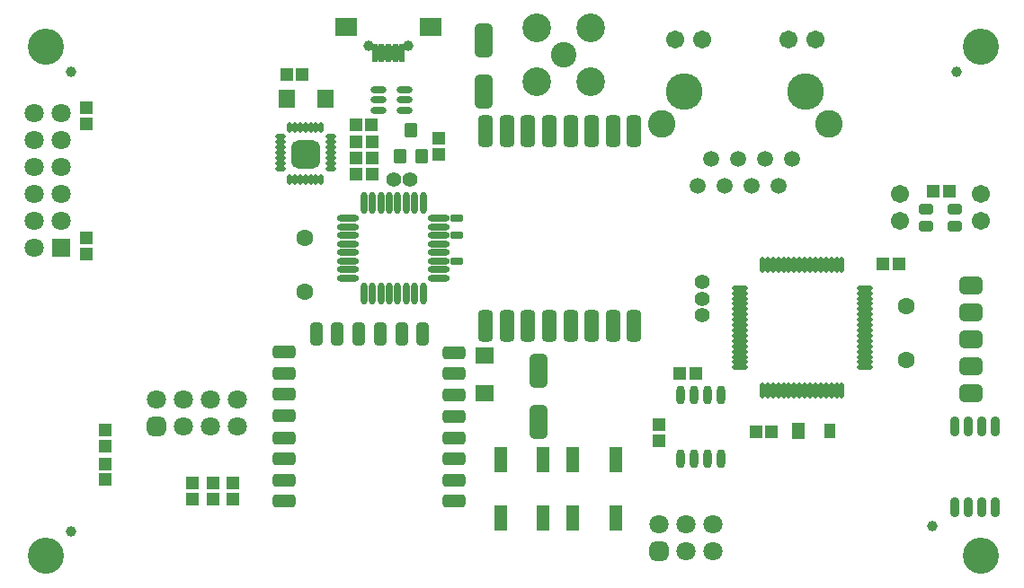
<source format=gts>
%FSLAX44Y44*%
%MOMM*%
G71*
G01*
G75*
G04 Layer_Color=8388736*
%ADD10C,1.1000*%
%ADD11C,0.4000*%
%ADD12C,0.1500*%
%ADD13C,0.2000*%
%ADD14C,0.3000*%
%ADD15R,1.0000X1.0000*%
%ADD16R,1.0000X1.0000*%
G04:AMPARAMS|DCode=17|XSize=1.2mm|YSize=0.8mm|CornerRadius=0.2mm|HoleSize=0mm|Usage=FLASHONLY|Rotation=180.000|XOffset=0mm|YOffset=0mm|HoleType=Round|Shape=RoundedRectangle|*
%AMROUNDEDRECTD17*
21,1,1.2000,0.4000,0,0,180.0*
21,1,0.8000,0.8000,0,0,180.0*
1,1,0.4000,-0.4000,0.2000*
1,1,0.4000,0.4000,0.2000*
1,1,0.4000,0.4000,-0.2000*
1,1,0.4000,-0.4000,-0.2000*
%
%ADD17ROUNDEDRECTD17*%
%ADD18R,1.8000X1.5000*%
G04:AMPARAMS|DCode=19|XSize=1.5mm|YSize=0.4mm|CornerRadius=0.1mm|HoleSize=0mm|Usage=FLASHONLY|Rotation=90.000|XOffset=0mm|YOffset=0mm|HoleType=Round|Shape=RoundedRectangle|*
%AMROUNDEDRECTD19*
21,1,1.5000,0.2000,0,0,90.0*
21,1,1.3000,0.4000,0,0,90.0*
1,1,0.2000,0.1000,0.6500*
1,1,0.2000,0.1000,-0.6500*
1,1,0.2000,-0.1000,-0.6500*
1,1,0.2000,-0.1000,0.6500*
%
%ADD19ROUNDEDRECTD19*%
G04:AMPARAMS|DCode=20|XSize=1.5mm|YSize=0.38mm|CornerRadius=0.095mm|HoleSize=0mm|Usage=FLASHONLY|Rotation=90.000|XOffset=0mm|YOffset=0mm|HoleType=Round|Shape=RoundedRectangle|*
%AMROUNDEDRECTD20*
21,1,1.5000,0.1900,0,0,90.0*
21,1,1.3100,0.3800,0,0,90.0*
1,1,0.1900,0.0950,0.6550*
1,1,0.1900,0.0950,-0.6550*
1,1,0.1900,-0.0950,-0.6550*
1,1,0.1900,-0.0950,0.6550*
%
%ADD20ROUNDEDRECTD20*%
%ADD21R,1.0000X2.2500*%
%ADD22O,0.6000X1.6000*%
G04:AMPARAMS|DCode=23|XSize=2.8mm|YSize=1.2mm|CornerRadius=0.3mm|HoleSize=0mm|Usage=FLASHONLY|Rotation=270.000|XOffset=0mm|YOffset=0mm|HoleType=Round|Shape=RoundedRectangle|*
%AMROUNDEDRECTD23*
21,1,2.8000,0.6000,0,0,270.0*
21,1,2.2000,1.2000,0,0,270.0*
1,1,0.6000,-0.3000,-1.1000*
1,1,0.6000,-0.3000,1.1000*
1,1,0.6000,0.3000,1.1000*
1,1,0.6000,0.3000,-1.1000*
%
%ADD23ROUNDEDRECTD23*%
G04:AMPARAMS|DCode=24|XSize=1mm|YSize=1.2mm|CornerRadius=0.125mm|HoleSize=0mm|Usage=FLASHONLY|Rotation=180.000|XOffset=0mm|YOffset=0mm|HoleType=Round|Shape=RoundedRectangle|*
%AMROUNDEDRECTD24*
21,1,1.0000,0.9500,0,0,180.0*
21,1,0.7500,1.2000,0,0,180.0*
1,1,0.2500,-0.3750,0.4750*
1,1,0.2500,0.3750,0.4750*
1,1,0.2500,0.3750,-0.4750*
1,1,0.2500,-0.3750,-0.4750*
%
%ADD24ROUNDEDRECTD24*%
%ADD25R,1.3000X1.6000*%
G04:AMPARAMS|DCode=26|XSize=2.5mm|YSize=2.5mm|CornerRadius=0.625mm|HoleSize=0mm|Usage=FLASHONLY|Rotation=180.000|XOffset=0mm|YOffset=0mm|HoleType=Round|Shape=RoundedRectangle|*
%AMROUNDEDRECTD26*
21,1,2.5000,1.2500,0,0,180.0*
21,1,1.2500,2.5000,0,0,180.0*
1,1,1.2500,-0.6250,0.6250*
1,1,1.2500,0.6250,0.6250*
1,1,1.2500,0.6250,-0.6250*
1,1,1.2500,-0.6250,-0.6250*
%
%ADD26ROUNDEDRECTD26*%
G04:AMPARAMS|DCode=27|XSize=0.25mm|YSize=0.85mm|CornerRadius=0.0625mm|HoleSize=0mm|Usage=FLASHONLY|Rotation=180.000|XOffset=0mm|YOffset=0mm|HoleType=Round|Shape=RoundedRectangle|*
%AMROUNDEDRECTD27*
21,1,0.2500,0.7250,0,0,180.0*
21,1,0.1250,0.8500,0,0,180.0*
1,1,0.1250,-0.0625,0.3625*
1,1,0.1250,0.0625,0.3625*
1,1,0.1250,0.0625,-0.3625*
1,1,0.1250,-0.0625,-0.3625*
%
%ADD27ROUNDEDRECTD27*%
G04:AMPARAMS|DCode=28|XSize=0.25mm|YSize=0.85mm|CornerRadius=0.0625mm|HoleSize=0mm|Usage=FLASHONLY|Rotation=270.000|XOffset=0mm|YOffset=0mm|HoleType=Round|Shape=RoundedRectangle|*
%AMROUNDEDRECTD28*
21,1,0.2500,0.7250,0,0,270.0*
21,1,0.1250,0.8500,0,0,270.0*
1,1,0.1250,-0.3625,-0.0625*
1,1,0.1250,-0.3625,0.0625*
1,1,0.1250,0.3625,0.0625*
1,1,0.1250,0.3625,-0.0625*
%
%ADD28ROUNDEDRECTD28*%
%ADD29R,1.6000X1.3000*%
%ADD30O,1.3000X0.4500*%
%ADD31O,1.3000X0.3000*%
%ADD32O,0.3000X1.3000*%
%ADD33R,0.9000X1.2000*%
%ADD34R,1.0000X1.4000*%
%ADD35C,1.0000*%
%ADD36O,1.9500X0.5500*%
%ADD37O,0.5500X1.9500*%
G04:AMPARAMS|DCode=38|XSize=3mm|YSize=1.5mm|CornerRadius=0.375mm|HoleSize=0mm|Usage=FLASHONLY|Rotation=270.000|XOffset=0mm|YOffset=0mm|HoleType=Round|Shape=RoundedRectangle|*
%AMROUNDEDRECTD38*
21,1,3.0000,0.7500,0,0,270.0*
21,1,2.2500,1.5000,0,0,270.0*
1,1,0.7500,-0.3750,-1.1250*
1,1,0.7500,-0.3750,1.1250*
1,1,0.7500,0.3750,1.1250*
1,1,0.7500,0.3750,-1.1250*
%
%ADD38ROUNDEDRECTD38*%
%ADD39O,0.7000X1.7000*%
G04:AMPARAMS|DCode=40|XSize=2mm|YSize=1mm|CornerRadius=0.25mm|HoleSize=0mm|Usage=FLASHONLY|Rotation=270.000|XOffset=0mm|YOffset=0mm|HoleType=Round|Shape=RoundedRectangle|*
%AMROUNDEDRECTD40*
21,1,2.0000,0.5000,0,0,270.0*
21,1,1.5000,1.0000,0,0,270.0*
1,1,0.5000,-0.2500,-0.7500*
1,1,0.5000,-0.2500,0.7500*
1,1,0.5000,0.2500,0.7500*
1,1,0.5000,0.2500,-0.7500*
%
%ADD40ROUNDEDRECTD40*%
G04:AMPARAMS|DCode=41|XSize=2mm|YSize=1mm|CornerRadius=0.25mm|HoleSize=0mm|Usage=FLASHONLY|Rotation=180.000|XOffset=0mm|YOffset=0mm|HoleType=Round|Shape=RoundedRectangle|*
%AMROUNDEDRECTD41*
21,1,2.0000,0.5000,0,0,180.0*
21,1,1.5000,1.0000,0,0,180.0*
1,1,0.5000,-0.7500,0.2500*
1,1,0.5000,0.7500,0.2500*
1,1,0.5000,0.7500,-0.2500*
1,1,0.5000,-0.7500,-0.2500*
%
%ADD41ROUNDEDRECTD41*%
G04:AMPARAMS|DCode=42|XSize=1mm|YSize=0.55mm|CornerRadius=0.1375mm|HoleSize=0mm|Usage=FLASHONLY|Rotation=0.000|XOffset=0mm|YOffset=0mm|HoleType=Round|Shape=RoundedRectangle|*
%AMROUNDEDRECTD42*
21,1,1.0000,0.2750,0,0,0.0*
21,1,0.7250,0.5500,0,0,0.0*
1,1,0.2750,0.3625,-0.1375*
1,1,0.2750,-0.3625,-0.1375*
1,1,0.2750,-0.3625,0.1375*
1,1,0.2750,0.3625,0.1375*
%
%ADD42ROUNDEDRECTD42*%
%ADD43C,0.2500*%
%ADD44C,0.1800*%
%ADD45C,0.5000*%
%ADD46C,0.8000*%
%ADD47C,1.2000*%
%ADD48C,1.6000*%
%ADD49R,1.6000X1.6000*%
%ADD50C,1.4000*%
%ADD51C,3.2000*%
G04:AMPARAMS|DCode=52|XSize=1.5mm|YSize=2mm|CornerRadius=0.375mm|HoleSize=0mm|Usage=FLASHONLY|Rotation=270.000|XOffset=0mm|YOffset=0mm|HoleType=Round|Shape=RoundedRectangle|*
%AMROUNDEDRECTD52*
21,1,1.5000,1.2500,0,0,270.0*
21,1,0.7500,2.0000,0,0,270.0*
1,1,0.7500,-0.6250,-0.3750*
1,1,0.7500,-0.6250,0.3750*
1,1,0.7500,0.6250,0.3750*
1,1,0.7500,0.6250,-0.3750*
%
%ADD52ROUNDEDRECTD52*%
%ADD53C,1.5000*%
%ADD54C,1.3000*%
%ADD55C,3.2500*%
%ADD56C,2.4000*%
%ADD57C,2.5000*%
%ADD58C,2.2000*%
G04:AMPARAMS|DCode=59|XSize=1.6mm|YSize=1.6mm|CornerRadius=0.4mm|HoleSize=0mm|Usage=FLASHONLY|Rotation=180.000|XOffset=0mm|YOffset=0mm|HoleType=Round|Shape=RoundedRectangle|*
%AMROUNDEDRECTD59*
21,1,1.6000,0.8000,0,0,180.0*
21,1,0.8000,1.6000,0,0,180.0*
1,1,0.8000,-0.4000,0.4000*
1,1,0.8000,0.4000,0.4000*
1,1,0.8000,0.4000,-0.4000*
1,1,0.8000,-0.4000,-0.4000*
%
%ADD59ROUNDEDRECTD59*%
%ADD60C,0.6000*%
G04:AMPARAMS|DCode=61|XSize=1mm|YSize=1.2mm|CornerRadius=0.125mm|HoleSize=0mm|Usage=FLASHONLY|Rotation=90.000|XOffset=0mm|YOffset=0mm|HoleType=Round|Shape=RoundedRectangle|*
%AMROUNDEDRECTD61*
21,1,1.0000,0.9500,0,0,90.0*
21,1,0.7500,1.2000,0,0,90.0*
1,1,0.2500,0.4750,0.3750*
1,1,0.2500,0.4750,-0.3750*
1,1,0.2500,-0.4750,-0.3750*
1,1,0.2500,-0.4750,0.3750*
%
%ADD61ROUNDEDRECTD61*%
G04:AMPARAMS|DCode=62|XSize=1.8mm|YSize=1.8mm|CornerRadius=0.45mm|HoleSize=0mm|Usage=FLASHONLY|Rotation=180.000|XOffset=0mm|YOffset=0mm|HoleType=Round|Shape=RoundedRectangle|*
%AMROUNDEDRECTD62*
21,1,1.8000,0.9000,0,0,180.0*
21,1,0.9000,1.8000,0,0,180.0*
1,1,0.9000,-0.4500,0.4500*
1,1,0.9000,0.4500,0.4500*
1,1,0.9000,0.4500,-0.4500*
1,1,0.9000,-0.4500,-0.4500*
%
%ADD62ROUNDEDRECTD62*%
%ADD63C,0.6000*%
%ADD64C,0.8000*%
%ADD65C,0.2540*%
%ADD66C,0.1000*%
%ADD67C,0.7000*%
%ADD68O,2.0500X0.6500*%
%ADD69R,1.2032X1.2032*%
%ADD70R,1.2032X1.2032*%
G04:AMPARAMS|DCode=71|XSize=1.4032mm|YSize=1.0032mm|CornerRadius=0.3016mm|HoleSize=0mm|Usage=FLASHONLY|Rotation=180.000|XOffset=0mm|YOffset=0mm|HoleType=Round|Shape=RoundedRectangle|*
%AMROUNDEDRECTD71*
21,1,1.4032,0.4000,0,0,180.0*
21,1,0.8000,1.0032,0,0,180.0*
1,1,0.6032,-0.4000,0.2000*
1,1,0.6032,0.4000,0.2000*
1,1,0.6032,0.4000,-0.2000*
1,1,0.6032,-0.4000,-0.2000*
%
%ADD71ROUNDEDRECTD71*%
%ADD72R,2.0032X1.7032*%
G04:AMPARAMS|DCode=73|XSize=1.7032mm|YSize=0.6032mm|CornerRadius=0.2016mm|HoleSize=0mm|Usage=FLASHONLY|Rotation=90.000|XOffset=0mm|YOffset=0mm|HoleType=Round|Shape=RoundedRectangle|*
%AMROUNDEDRECTD73*
21,1,1.7032,0.2000,0,0,90.0*
21,1,1.3000,0.6032,0,0,90.0*
1,1,0.4032,0.1000,0.6500*
1,1,0.4032,0.1000,-0.6500*
1,1,0.4032,-0.1000,-0.6500*
1,1,0.4032,-0.1000,0.6500*
%
%ADD73ROUNDEDRECTD73*%
G04:AMPARAMS|DCode=74|XSize=1.7032mm|YSize=0.5832mm|CornerRadius=0.1966mm|HoleSize=0mm|Usage=FLASHONLY|Rotation=90.000|XOffset=0mm|YOffset=0mm|HoleType=Round|Shape=RoundedRectangle|*
%AMROUNDEDRECTD74*
21,1,1.7032,0.1900,0,0,90.0*
21,1,1.3100,0.5832,0,0,90.0*
1,1,0.3932,0.0950,0.6550*
1,1,0.3932,0.0950,-0.6550*
1,1,0.3932,-0.0950,-0.6550*
1,1,0.3932,-0.0950,0.6550*
%
%ADD74ROUNDEDRECTD74*%
%ADD75R,1.2032X2.4532*%
%ADD76O,0.8032X1.8032*%
G04:AMPARAMS|DCode=77|XSize=3.0032mm|YSize=1.4032mm|CornerRadius=0.4016mm|HoleSize=0mm|Usage=FLASHONLY|Rotation=270.000|XOffset=0mm|YOffset=0mm|HoleType=Round|Shape=RoundedRectangle|*
%AMROUNDEDRECTD77*
21,1,3.0032,0.6000,0,0,270.0*
21,1,2.2000,1.4032,0,0,270.0*
1,1,0.8032,-0.3000,-1.1000*
1,1,0.8032,-0.3000,1.1000*
1,1,0.8032,0.3000,1.1000*
1,1,0.8032,0.3000,-1.1000*
%
%ADD77ROUNDEDRECTD77*%
G04:AMPARAMS|DCode=78|XSize=1.2032mm|YSize=1.4032mm|CornerRadius=0.2266mm|HoleSize=0mm|Usage=FLASHONLY|Rotation=180.000|XOffset=0mm|YOffset=0mm|HoleType=Round|Shape=RoundedRectangle|*
%AMROUNDEDRECTD78*
21,1,1.2032,0.9500,0,0,180.0*
21,1,0.7500,1.4032,0,0,180.0*
1,1,0.4532,-0.3750,0.4750*
1,1,0.4532,0.3750,0.4750*
1,1,0.4532,0.3750,-0.4750*
1,1,0.4532,-0.3750,-0.4750*
%
%ADD78ROUNDEDRECTD78*%
%ADD79R,1.5032X1.8032*%
G04:AMPARAMS|DCode=80|XSize=2.7032mm|YSize=2.7032mm|CornerRadius=0.7266mm|HoleSize=0mm|Usage=FLASHONLY|Rotation=180.000|XOffset=0mm|YOffset=0mm|HoleType=Round|Shape=RoundedRectangle|*
%AMROUNDEDRECTD80*
21,1,2.7032,1.2500,0,0,180.0*
21,1,1.2500,2.7032,0,0,180.0*
1,1,1.4532,-0.6250,0.6250*
1,1,1.4532,0.6250,0.6250*
1,1,1.4532,0.6250,-0.6250*
1,1,1.4532,-0.6250,-0.6250*
%
%ADD80ROUNDEDRECTD80*%
G04:AMPARAMS|DCode=81|XSize=0.4532mm|YSize=1.0532mm|CornerRadius=0.1641mm|HoleSize=0mm|Usage=FLASHONLY|Rotation=180.000|XOffset=0mm|YOffset=0mm|HoleType=Round|Shape=RoundedRectangle|*
%AMROUNDEDRECTD81*
21,1,0.4532,0.7250,0,0,180.0*
21,1,0.1250,1.0532,0,0,180.0*
1,1,0.3282,-0.0625,0.3625*
1,1,0.3282,0.0625,0.3625*
1,1,0.3282,0.0625,-0.3625*
1,1,0.3282,-0.0625,-0.3625*
%
%ADD81ROUNDEDRECTD81*%
G04:AMPARAMS|DCode=82|XSize=0.4532mm|YSize=1.0532mm|CornerRadius=0.1641mm|HoleSize=0mm|Usage=FLASHONLY|Rotation=270.000|XOffset=0mm|YOffset=0mm|HoleType=Round|Shape=RoundedRectangle|*
%AMROUNDEDRECTD82*
21,1,0.4532,0.7250,0,0,270.0*
21,1,0.1250,1.0532,0,0,270.0*
1,1,0.3282,-0.3625,-0.0625*
1,1,0.3282,-0.3625,0.0625*
1,1,0.3282,0.3625,0.0625*
1,1,0.3282,0.3625,-0.0625*
%
%ADD82ROUNDEDRECTD82*%
%ADD83R,1.8032X1.5032*%
%ADD84O,1.5032X0.6532*%
%ADD85O,1.5032X0.5032*%
%ADD86O,0.5032X1.5032*%
%ADD87R,1.1032X1.4032*%
%ADD88R,1.2032X1.6032*%
%ADD89O,0.6500X2.0500*%
G04:AMPARAMS|DCode=90|XSize=3.2032mm|YSize=1.7032mm|CornerRadius=0.4766mm|HoleSize=0mm|Usage=FLASHONLY|Rotation=270.000|XOffset=0mm|YOffset=0mm|HoleType=Round|Shape=RoundedRectangle|*
%AMROUNDEDRECTD90*
21,1,3.2032,0.7500,0,0,270.0*
21,1,2.2500,1.7032,0,0,270.0*
1,1,0.9532,-0.3750,-1.1250*
1,1,0.9532,-0.3750,1.1250*
1,1,0.9532,0.3750,1.1250*
1,1,0.9532,0.3750,-1.1250*
%
%ADD90ROUNDEDRECTD90*%
%ADD91O,0.9032X1.9032*%
G04:AMPARAMS|DCode=92|XSize=2.2032mm|YSize=1.2032mm|CornerRadius=0.3516mm|HoleSize=0mm|Usage=FLASHONLY|Rotation=270.000|XOffset=0mm|YOffset=0mm|HoleType=Round|Shape=RoundedRectangle|*
%AMROUNDEDRECTD92*
21,1,2.2032,0.5000,0,0,270.0*
21,1,1.5000,1.2032,0,0,270.0*
1,1,0.7032,-0.2500,-0.7500*
1,1,0.7032,-0.2500,0.7500*
1,1,0.7032,0.2500,0.7500*
1,1,0.7032,0.2500,-0.7500*
%
%ADD92ROUNDEDRECTD92*%
G04:AMPARAMS|DCode=93|XSize=2.2032mm|YSize=1.2032mm|CornerRadius=0.3516mm|HoleSize=0mm|Usage=FLASHONLY|Rotation=180.000|XOffset=0mm|YOffset=0mm|HoleType=Round|Shape=RoundedRectangle|*
%AMROUNDEDRECTD93*
21,1,2.2032,0.5000,0,0,180.0*
21,1,1.5000,1.2032,0,0,180.0*
1,1,0.7032,-0.7500,0.2500*
1,1,0.7032,0.7500,0.2500*
1,1,0.7032,0.7500,-0.2500*
1,1,0.7032,-0.7500,-0.2500*
%
%ADD93ROUNDEDRECTD93*%
G04:AMPARAMS|DCode=94|XSize=1.2032mm|YSize=0.7532mm|CornerRadius=0.2391mm|HoleSize=0mm|Usage=FLASHONLY|Rotation=0.000|XOffset=0mm|YOffset=0mm|HoleType=Round|Shape=RoundedRectangle|*
%AMROUNDEDRECTD94*
21,1,1.2032,0.2750,0,0,0.0*
21,1,0.7250,0.7532,0,0,0.0*
1,1,0.4782,0.3625,-0.1375*
1,1,0.4782,-0.3625,-0.1375*
1,1,0.4782,-0.3625,0.1375*
1,1,0.4782,0.3625,0.1375*
%
%ADD94ROUNDEDRECTD94*%
%ADD95C,1.0032*%
%ADD96C,1.4032*%
%ADD97C,1.8032*%
%ADD98R,1.8032X1.8032*%
%ADD99C,1.6032*%
%ADD100C,3.4032*%
G04:AMPARAMS|DCode=101|XSize=1.7032mm|YSize=2.2032mm|CornerRadius=0.4766mm|HoleSize=0mm|Usage=FLASHONLY|Rotation=270.000|XOffset=0mm|YOffset=0mm|HoleType=Round|Shape=RoundedRectangle|*
%AMROUNDEDRECTD101*
21,1,1.7032,1.2500,0,0,270.0*
21,1,0.7500,2.2032,0,0,270.0*
1,1,0.9532,-0.6250,-0.3750*
1,1,0.9532,-0.6250,0.3750*
1,1,0.9532,0.6250,0.3750*
1,1,0.9532,0.6250,-0.3750*
%
%ADD101ROUNDEDRECTD101*%
%ADD102C,1.7032*%
%ADD103C,1.5032*%
%ADD104C,3.4532*%
%ADD105C,2.6032*%
%ADD106C,2.7032*%
%ADD107C,2.4032*%
G04:AMPARAMS|DCode=108|XSize=1.8032mm|YSize=1.8032mm|CornerRadius=0.5016mm|HoleSize=0mm|Usage=FLASHONLY|Rotation=180.000|XOffset=0mm|YOffset=0mm|HoleType=Round|Shape=RoundedRectangle|*
%AMROUNDEDRECTD108*
21,1,1.8032,0.8000,0,0,180.0*
21,1,0.8000,1.8032,0,0,180.0*
1,1,1.0032,-0.4000,0.4000*
1,1,1.0032,0.4000,0.4000*
1,1,1.0032,0.4000,-0.4000*
1,1,1.0032,-0.4000,-0.4000*
%
%ADD108ROUNDEDRECTD108*%
D35*
X47272Y55746D02*
D03*
X881288Y489254D02*
D03*
X859056Y61080D02*
D03*
X47526Y489508D02*
D03*
D68*
X308810Y350700D02*
D03*
Y342700D02*
D03*
Y334700D02*
D03*
Y326700D02*
D03*
Y318700D02*
D03*
Y310700D02*
D03*
Y302700D02*
D03*
Y294700D02*
D03*
X393810D02*
D03*
Y302700D02*
D03*
Y310700D02*
D03*
Y318700D02*
D03*
Y326700D02*
D03*
Y334700D02*
D03*
Y342700D02*
D03*
Y350700D02*
D03*
D69*
X601500Y141464D02*
D03*
Y156464D02*
D03*
X200434Y101092D02*
D03*
Y86092D02*
D03*
X162095Y101092D02*
D03*
Y86092D02*
D03*
X181384Y101092D02*
D03*
Y86092D02*
D03*
X61780Y317486D02*
D03*
Y332486D02*
D03*
Y440168D02*
D03*
Y455168D02*
D03*
X393823Y426466D02*
D03*
X393823Y411466D02*
D03*
X79530Y104381D02*
D03*
X79530Y119381D02*
D03*
X79530Y136384D02*
D03*
Y151384D02*
D03*
D70*
X859938Y376294D02*
D03*
X874938D02*
D03*
X265496Y486175D02*
D03*
X250496D02*
D03*
X315870Y423030D02*
D03*
X330870D02*
D03*
X315870Y407790D02*
D03*
X330870D02*
D03*
X827123Y307843D02*
D03*
X812123D02*
D03*
X620670Y204336D02*
D03*
X635670D02*
D03*
X315780Y439000D02*
D03*
X330780D02*
D03*
X707552Y149472D02*
D03*
X692552D02*
D03*
X330880Y392500D02*
D03*
X315880D02*
D03*
D71*
X852848Y343729D02*
D03*
Y359729D02*
D03*
X879848D02*
D03*
Y343729D02*
D03*
D72*
X386484Y531850D02*
D03*
X306484D02*
D03*
D73*
X346484Y506850D02*
D03*
X352984D02*
D03*
X339984D02*
D03*
D74*
X333484D02*
D03*
X359484D02*
D03*
D75*
X520286Y123000D02*
D03*
Y68000D02*
D03*
X560286D02*
D03*
Y123000D02*
D03*
X452214D02*
D03*
Y68000D02*
D03*
X492214D02*
D03*
Y123000D02*
D03*
D76*
X659412Y184044D02*
D03*
X646712Y184044D02*
D03*
X634012Y184044D02*
D03*
X621312D02*
D03*
X659412Y124044D02*
D03*
X646712Y124044D02*
D03*
X634012D02*
D03*
X621312Y124044D02*
D03*
D77*
X578028Y433496D02*
D03*
X558028D02*
D03*
X538028D02*
D03*
X518028D02*
D03*
X498028D02*
D03*
X478028D02*
D03*
X458028D02*
D03*
X438028D02*
D03*
X578028Y249496D02*
D03*
X558028D02*
D03*
X538028D02*
D03*
X518028D02*
D03*
X498028D02*
D03*
X478028D02*
D03*
X458028D02*
D03*
X438028D02*
D03*
D78*
X357820Y409760D02*
D03*
X367820Y433760D02*
D03*
X377820Y409760D02*
D03*
D79*
X250904Y463315D02*
D03*
X286904D02*
D03*
D80*
X268506Y411346D02*
D03*
D81*
X283260Y387850D02*
D03*
X278260D02*
D03*
X273260Y387850D02*
D03*
X268260D02*
D03*
X263260Y387850D02*
D03*
X258260D02*
D03*
X253260D02*
D03*
X253332Y436238D02*
D03*
X258332Y436238D02*
D03*
X263332D02*
D03*
X268332D02*
D03*
X273332D02*
D03*
X278332D02*
D03*
X283332D02*
D03*
D82*
X244636Y397870D02*
D03*
Y402870D02*
D03*
Y407870D02*
D03*
X244636Y412870D02*
D03*
X244636Y417870D02*
D03*
Y422870D02*
D03*
Y427870D02*
D03*
X292636Y427870D02*
D03*
Y422870D02*
D03*
Y407870D02*
D03*
Y402870D02*
D03*
Y397870D02*
D03*
Y417870D02*
D03*
Y412870D02*
D03*
D83*
X437430Y185781D02*
D03*
Y221781D02*
D03*
D84*
X337486Y472000D02*
D03*
Y462500D02*
D03*
Y453000D02*
D03*
X362086Y472000D02*
D03*
Y462500D02*
D03*
Y453000D02*
D03*
D85*
X677120Y285270D02*
D03*
X677120Y280270D02*
D03*
Y275270D02*
D03*
Y270270D02*
D03*
X677120Y265270D02*
D03*
Y260270D02*
D03*
Y255270D02*
D03*
Y250270D02*
D03*
Y245270D02*
D03*
Y240270D02*
D03*
Y235270D02*
D03*
Y230270D02*
D03*
Y225270D02*
D03*
X677120Y220270D02*
D03*
Y215270D02*
D03*
Y210270D02*
D03*
X795120D02*
D03*
Y215270D02*
D03*
X795120Y220270D02*
D03*
Y225270D02*
D03*
Y230270D02*
D03*
X795120Y235270D02*
D03*
X795120Y240270D02*
D03*
Y245270D02*
D03*
X795120Y250270D02*
D03*
Y255270D02*
D03*
Y260270D02*
D03*
Y265270D02*
D03*
Y270270D02*
D03*
Y285270D02*
D03*
Y280270D02*
D03*
X795120Y275270D02*
D03*
D86*
X698620Y188770D02*
D03*
X703620D02*
D03*
X708620D02*
D03*
X713620D02*
D03*
X718620D02*
D03*
X723620D02*
D03*
X728620D02*
D03*
X733620D02*
D03*
X738620D02*
D03*
X743620D02*
D03*
X748620D02*
D03*
X753620D02*
D03*
X758620D02*
D03*
X763620D02*
D03*
X768620Y188770D02*
D03*
X773620D02*
D03*
Y306770D02*
D03*
X768620D02*
D03*
X763620Y306770D02*
D03*
X758620D02*
D03*
X753620D02*
D03*
X748620D02*
D03*
X743620D02*
D03*
X738620D02*
D03*
X733620Y306770D02*
D03*
X728620D02*
D03*
X723620Y306770D02*
D03*
X718620D02*
D03*
X713620D02*
D03*
X708620Y306770D02*
D03*
X703620D02*
D03*
X698620D02*
D03*
D87*
X762296Y150488D02*
D03*
D88*
X732296D02*
D03*
D89*
X323310Y280200D02*
D03*
X331310D02*
D03*
X339310D02*
D03*
X347310D02*
D03*
X355310D02*
D03*
X363310D02*
D03*
X371310D02*
D03*
X379310D02*
D03*
Y365200D02*
D03*
X371310D02*
D03*
X363310D02*
D03*
X355310D02*
D03*
X347310D02*
D03*
X339310D02*
D03*
X331310D02*
D03*
X323310D02*
D03*
D90*
X436138Y470658D02*
D03*
Y518658D02*
D03*
X488209Y206775D02*
D03*
Y158776D02*
D03*
D91*
X879884Y78706D02*
D03*
X892584D02*
D03*
X905284D02*
D03*
X917984D02*
D03*
X879884Y154706D02*
D03*
X892584D02*
D03*
X905284D02*
D03*
X917984D02*
D03*
D92*
X378800Y241980D02*
D03*
X358800D02*
D03*
X339100D02*
D03*
X318700D02*
D03*
X298600D02*
D03*
X278700D02*
D03*
D93*
X408460Y204300D02*
D03*
Y184400D02*
D03*
Y164300D02*
D03*
Y143900D02*
D03*
Y124200D02*
D03*
Y104200D02*
D03*
Y84500D02*
D03*
X248460Y84200D02*
D03*
Y104000D02*
D03*
Y124200D02*
D03*
Y144000D02*
D03*
Y164600D02*
D03*
Y184800D02*
D03*
Y204400D02*
D03*
Y224800D02*
D03*
X408460Y224400D02*
D03*
D94*
X411000Y334700D02*
D03*
Y350700D02*
D03*
Y310700D02*
D03*
D95*
X327484Y513454D02*
D03*
X365484D02*
D03*
D96*
X367058Y387724D02*
D03*
X351818D02*
D03*
X641886Y274948D02*
D03*
Y259454D02*
D03*
Y291086D02*
D03*
D97*
X12728Y449954D02*
D03*
X38128Y449954D02*
D03*
X12728Y373754D02*
D03*
X38128D02*
D03*
X12728Y348354D02*
D03*
X38128Y348354D02*
D03*
X12728Y322954D02*
D03*
X38128Y399154D02*
D03*
X12728D02*
D03*
X12728Y424554D02*
D03*
X38128Y424554D02*
D03*
X153410Y180200D02*
D03*
Y154800D02*
D03*
X128010Y180200D02*
D03*
X178810Y154800D02*
D03*
Y180200D02*
D03*
X204210Y154800D02*
D03*
Y180200D02*
D03*
X652300Y62350D02*
D03*
X626900D02*
D03*
X601500D02*
D03*
X626900Y36950D02*
D03*
X652300D02*
D03*
D98*
X38128Y322954D02*
D03*
D99*
X267490Y332860D02*
D03*
Y281860D02*
D03*
X834398Y268090D02*
D03*
Y217090D02*
D03*
D100*
X904280Y32500D02*
D03*
Y512500D02*
D03*
X24280D02*
D03*
Y32500D02*
D03*
D101*
X895124Y287648D02*
D03*
X895124Y262248D02*
D03*
Y186048D02*
D03*
X895124Y211448D02*
D03*
X895124Y236848D02*
D03*
D102*
X616276Y519462D02*
D03*
X748776D02*
D03*
X723376D02*
D03*
X641676D02*
D03*
X904268Y374008D02*
D03*
X828068Y348608D02*
D03*
Y374008D02*
D03*
X904268Y348608D02*
D03*
D103*
X726976Y406962D02*
D03*
X701576D02*
D03*
X714276Y381562D02*
D03*
X638076D02*
D03*
X663476D02*
D03*
X650776Y406962D02*
D03*
X676176D02*
D03*
X688876Y381562D02*
D03*
D104*
X739676Y470462D02*
D03*
X625376D02*
D03*
D105*
X761276Y439962D02*
D03*
X603776D02*
D03*
D106*
X485909Y479510D02*
D03*
X536709D02*
D03*
Y530310D02*
D03*
X485909D02*
D03*
D107*
X511309Y504910D02*
D03*
D108*
X128010Y154800D02*
D03*
X601500Y36950D02*
D03*
M02*

</source>
